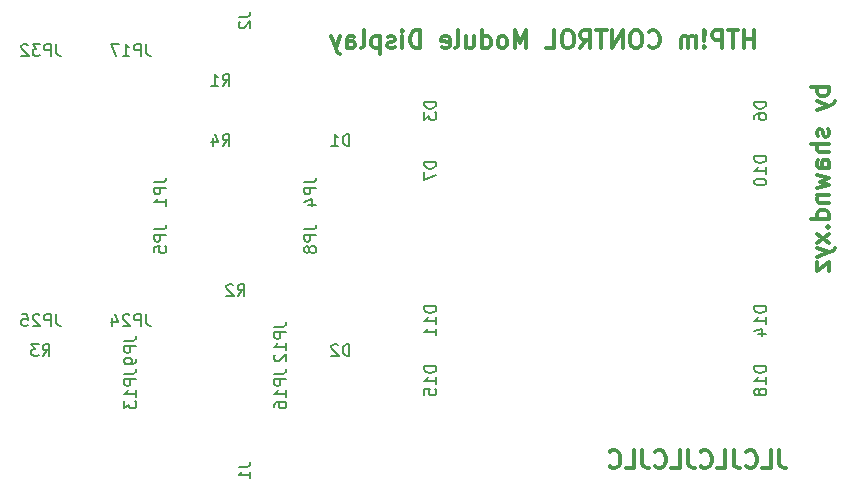
<source format=gbo>
%TF.GenerationSoftware,KiCad,Pcbnew,7.0.8*%
%TF.CreationDate,2023-10-10T01:17:21-07:00*%
%TF.ProjectId,htpm_control_module_display,6874706d-5f63-46f6-9e74-726f6c5f6d6f,1*%
%TF.SameCoordinates,Original*%
%TF.FileFunction,Legend,Bot*%
%TF.FilePolarity,Positive*%
%FSLAX46Y46*%
G04 Gerber Fmt 4.6, Leading zero omitted, Abs format (unit mm)*
G04 Created by KiCad (PCBNEW 7.0.8) date 2023-10-10 01:17:21*
%MOMM*%
%LPD*%
G01*
G04 APERTURE LIST*
%ADD10C,0.300000*%
%ADD11C,0.150000*%
G04 APERTURE END LIST*
D10*
X172165489Y-76000828D02*
X172165489Y-74500828D01*
X172165489Y-75215114D02*
X171308346Y-75215114D01*
X171308346Y-76000828D02*
X171308346Y-74500828D01*
X170808345Y-74500828D02*
X169951203Y-74500828D01*
X170379774Y-76000828D02*
X170379774Y-74500828D01*
X169451203Y-76000828D02*
X169451203Y-74500828D01*
X169451203Y-74500828D02*
X168879774Y-74500828D01*
X168879774Y-74500828D02*
X168736917Y-74572257D01*
X168736917Y-74572257D02*
X168665488Y-74643685D01*
X168665488Y-74643685D02*
X168594060Y-74786542D01*
X168594060Y-74786542D02*
X168594060Y-75000828D01*
X168594060Y-75000828D02*
X168665488Y-75143685D01*
X168665488Y-75143685D02*
X168736917Y-75215114D01*
X168736917Y-75215114D02*
X168879774Y-75286542D01*
X168879774Y-75286542D02*
X169451203Y-75286542D01*
X167951203Y-75857971D02*
X167879774Y-75929400D01*
X167879774Y-75929400D02*
X167951203Y-76000828D01*
X167951203Y-76000828D02*
X168022631Y-75929400D01*
X168022631Y-75929400D02*
X167951203Y-75857971D01*
X167951203Y-75857971D02*
X167951203Y-76000828D01*
X167951203Y-75429400D02*
X168022631Y-74572257D01*
X168022631Y-74572257D02*
X167951203Y-74500828D01*
X167951203Y-74500828D02*
X167879774Y-74572257D01*
X167879774Y-74572257D02*
X167951203Y-75429400D01*
X167951203Y-75429400D02*
X167951203Y-74500828D01*
X167236917Y-76000828D02*
X167236917Y-75000828D01*
X167236917Y-75143685D02*
X167165488Y-75072257D01*
X167165488Y-75072257D02*
X167022631Y-75000828D01*
X167022631Y-75000828D02*
X166808345Y-75000828D01*
X166808345Y-75000828D02*
X166665488Y-75072257D01*
X166665488Y-75072257D02*
X166594060Y-75215114D01*
X166594060Y-75215114D02*
X166594060Y-76000828D01*
X166594060Y-75215114D02*
X166522631Y-75072257D01*
X166522631Y-75072257D02*
X166379774Y-75000828D01*
X166379774Y-75000828D02*
X166165488Y-75000828D01*
X166165488Y-75000828D02*
X166022631Y-75072257D01*
X166022631Y-75072257D02*
X165951202Y-75215114D01*
X165951202Y-75215114D02*
X165951202Y-76000828D01*
X163236917Y-75857971D02*
X163308345Y-75929400D01*
X163308345Y-75929400D02*
X163522631Y-76000828D01*
X163522631Y-76000828D02*
X163665488Y-76000828D01*
X163665488Y-76000828D02*
X163879774Y-75929400D01*
X163879774Y-75929400D02*
X164022631Y-75786542D01*
X164022631Y-75786542D02*
X164094060Y-75643685D01*
X164094060Y-75643685D02*
X164165488Y-75357971D01*
X164165488Y-75357971D02*
X164165488Y-75143685D01*
X164165488Y-75143685D02*
X164094060Y-74857971D01*
X164094060Y-74857971D02*
X164022631Y-74715114D01*
X164022631Y-74715114D02*
X163879774Y-74572257D01*
X163879774Y-74572257D02*
X163665488Y-74500828D01*
X163665488Y-74500828D02*
X163522631Y-74500828D01*
X163522631Y-74500828D02*
X163308345Y-74572257D01*
X163308345Y-74572257D02*
X163236917Y-74643685D01*
X162308345Y-74500828D02*
X162022631Y-74500828D01*
X162022631Y-74500828D02*
X161879774Y-74572257D01*
X161879774Y-74572257D02*
X161736917Y-74715114D01*
X161736917Y-74715114D02*
X161665488Y-75000828D01*
X161665488Y-75000828D02*
X161665488Y-75500828D01*
X161665488Y-75500828D02*
X161736917Y-75786542D01*
X161736917Y-75786542D02*
X161879774Y-75929400D01*
X161879774Y-75929400D02*
X162022631Y-76000828D01*
X162022631Y-76000828D02*
X162308345Y-76000828D01*
X162308345Y-76000828D02*
X162451203Y-75929400D01*
X162451203Y-75929400D02*
X162594060Y-75786542D01*
X162594060Y-75786542D02*
X162665488Y-75500828D01*
X162665488Y-75500828D02*
X162665488Y-75000828D01*
X162665488Y-75000828D02*
X162594060Y-74715114D01*
X162594060Y-74715114D02*
X162451203Y-74572257D01*
X162451203Y-74572257D02*
X162308345Y-74500828D01*
X161022631Y-76000828D02*
X161022631Y-74500828D01*
X161022631Y-74500828D02*
X160165488Y-76000828D01*
X160165488Y-76000828D02*
X160165488Y-74500828D01*
X159665487Y-74500828D02*
X158808345Y-74500828D01*
X159236916Y-76000828D02*
X159236916Y-74500828D01*
X157451202Y-76000828D02*
X157951202Y-75286542D01*
X158308345Y-76000828D02*
X158308345Y-74500828D01*
X158308345Y-74500828D02*
X157736916Y-74500828D01*
X157736916Y-74500828D02*
X157594059Y-74572257D01*
X157594059Y-74572257D02*
X157522630Y-74643685D01*
X157522630Y-74643685D02*
X157451202Y-74786542D01*
X157451202Y-74786542D02*
X157451202Y-75000828D01*
X157451202Y-75000828D02*
X157522630Y-75143685D01*
X157522630Y-75143685D02*
X157594059Y-75215114D01*
X157594059Y-75215114D02*
X157736916Y-75286542D01*
X157736916Y-75286542D02*
X158308345Y-75286542D01*
X156522630Y-74500828D02*
X156236916Y-74500828D01*
X156236916Y-74500828D02*
X156094059Y-74572257D01*
X156094059Y-74572257D02*
X155951202Y-74715114D01*
X155951202Y-74715114D02*
X155879773Y-75000828D01*
X155879773Y-75000828D02*
X155879773Y-75500828D01*
X155879773Y-75500828D02*
X155951202Y-75786542D01*
X155951202Y-75786542D02*
X156094059Y-75929400D01*
X156094059Y-75929400D02*
X156236916Y-76000828D01*
X156236916Y-76000828D02*
X156522630Y-76000828D01*
X156522630Y-76000828D02*
X156665488Y-75929400D01*
X156665488Y-75929400D02*
X156808345Y-75786542D01*
X156808345Y-75786542D02*
X156879773Y-75500828D01*
X156879773Y-75500828D02*
X156879773Y-75000828D01*
X156879773Y-75000828D02*
X156808345Y-74715114D01*
X156808345Y-74715114D02*
X156665488Y-74572257D01*
X156665488Y-74572257D02*
X156522630Y-74500828D01*
X154522630Y-76000828D02*
X155236916Y-76000828D01*
X155236916Y-76000828D02*
X155236916Y-74500828D01*
X152879773Y-76000828D02*
X152879773Y-74500828D01*
X152879773Y-74500828D02*
X152379773Y-75572257D01*
X152379773Y-75572257D02*
X151879773Y-74500828D01*
X151879773Y-74500828D02*
X151879773Y-76000828D01*
X150951201Y-76000828D02*
X151094058Y-75929400D01*
X151094058Y-75929400D02*
X151165487Y-75857971D01*
X151165487Y-75857971D02*
X151236915Y-75715114D01*
X151236915Y-75715114D02*
X151236915Y-75286542D01*
X151236915Y-75286542D02*
X151165487Y-75143685D01*
X151165487Y-75143685D02*
X151094058Y-75072257D01*
X151094058Y-75072257D02*
X150951201Y-75000828D01*
X150951201Y-75000828D02*
X150736915Y-75000828D01*
X150736915Y-75000828D02*
X150594058Y-75072257D01*
X150594058Y-75072257D02*
X150522630Y-75143685D01*
X150522630Y-75143685D02*
X150451201Y-75286542D01*
X150451201Y-75286542D02*
X150451201Y-75715114D01*
X150451201Y-75715114D02*
X150522630Y-75857971D01*
X150522630Y-75857971D02*
X150594058Y-75929400D01*
X150594058Y-75929400D02*
X150736915Y-76000828D01*
X150736915Y-76000828D02*
X150951201Y-76000828D01*
X149165487Y-76000828D02*
X149165487Y-74500828D01*
X149165487Y-75929400D02*
X149308344Y-76000828D01*
X149308344Y-76000828D02*
X149594058Y-76000828D01*
X149594058Y-76000828D02*
X149736915Y-75929400D01*
X149736915Y-75929400D02*
X149808344Y-75857971D01*
X149808344Y-75857971D02*
X149879772Y-75715114D01*
X149879772Y-75715114D02*
X149879772Y-75286542D01*
X149879772Y-75286542D02*
X149808344Y-75143685D01*
X149808344Y-75143685D02*
X149736915Y-75072257D01*
X149736915Y-75072257D02*
X149594058Y-75000828D01*
X149594058Y-75000828D02*
X149308344Y-75000828D01*
X149308344Y-75000828D02*
X149165487Y-75072257D01*
X147808344Y-75000828D02*
X147808344Y-76000828D01*
X148451201Y-75000828D02*
X148451201Y-75786542D01*
X148451201Y-75786542D02*
X148379772Y-75929400D01*
X148379772Y-75929400D02*
X148236915Y-76000828D01*
X148236915Y-76000828D02*
X148022629Y-76000828D01*
X148022629Y-76000828D02*
X147879772Y-75929400D01*
X147879772Y-75929400D02*
X147808344Y-75857971D01*
X146879772Y-76000828D02*
X147022629Y-75929400D01*
X147022629Y-75929400D02*
X147094058Y-75786542D01*
X147094058Y-75786542D02*
X147094058Y-74500828D01*
X145736915Y-75929400D02*
X145879772Y-76000828D01*
X145879772Y-76000828D02*
X146165487Y-76000828D01*
X146165487Y-76000828D02*
X146308344Y-75929400D01*
X146308344Y-75929400D02*
X146379772Y-75786542D01*
X146379772Y-75786542D02*
X146379772Y-75215114D01*
X146379772Y-75215114D02*
X146308344Y-75072257D01*
X146308344Y-75072257D02*
X146165487Y-75000828D01*
X146165487Y-75000828D02*
X145879772Y-75000828D01*
X145879772Y-75000828D02*
X145736915Y-75072257D01*
X145736915Y-75072257D02*
X145665487Y-75215114D01*
X145665487Y-75215114D02*
X145665487Y-75357971D01*
X145665487Y-75357971D02*
X146379772Y-75500828D01*
X143879773Y-76000828D02*
X143879773Y-74500828D01*
X143879773Y-74500828D02*
X143522630Y-74500828D01*
X143522630Y-74500828D02*
X143308344Y-74572257D01*
X143308344Y-74572257D02*
X143165487Y-74715114D01*
X143165487Y-74715114D02*
X143094058Y-74857971D01*
X143094058Y-74857971D02*
X143022630Y-75143685D01*
X143022630Y-75143685D02*
X143022630Y-75357971D01*
X143022630Y-75357971D02*
X143094058Y-75643685D01*
X143094058Y-75643685D02*
X143165487Y-75786542D01*
X143165487Y-75786542D02*
X143308344Y-75929400D01*
X143308344Y-75929400D02*
X143522630Y-76000828D01*
X143522630Y-76000828D02*
X143879773Y-76000828D01*
X142379773Y-76000828D02*
X142379773Y-75000828D01*
X142379773Y-74500828D02*
X142451201Y-74572257D01*
X142451201Y-74572257D02*
X142379773Y-74643685D01*
X142379773Y-74643685D02*
X142308344Y-74572257D01*
X142308344Y-74572257D02*
X142379773Y-74500828D01*
X142379773Y-74500828D02*
X142379773Y-74643685D01*
X141736915Y-75929400D02*
X141594058Y-76000828D01*
X141594058Y-76000828D02*
X141308344Y-76000828D01*
X141308344Y-76000828D02*
X141165487Y-75929400D01*
X141165487Y-75929400D02*
X141094058Y-75786542D01*
X141094058Y-75786542D02*
X141094058Y-75715114D01*
X141094058Y-75715114D02*
X141165487Y-75572257D01*
X141165487Y-75572257D02*
X141308344Y-75500828D01*
X141308344Y-75500828D02*
X141522630Y-75500828D01*
X141522630Y-75500828D02*
X141665487Y-75429400D01*
X141665487Y-75429400D02*
X141736915Y-75286542D01*
X141736915Y-75286542D02*
X141736915Y-75215114D01*
X141736915Y-75215114D02*
X141665487Y-75072257D01*
X141665487Y-75072257D02*
X141522630Y-75000828D01*
X141522630Y-75000828D02*
X141308344Y-75000828D01*
X141308344Y-75000828D02*
X141165487Y-75072257D01*
X140451201Y-75000828D02*
X140451201Y-76500828D01*
X140451201Y-75072257D02*
X140308344Y-75000828D01*
X140308344Y-75000828D02*
X140022629Y-75000828D01*
X140022629Y-75000828D02*
X139879772Y-75072257D01*
X139879772Y-75072257D02*
X139808344Y-75143685D01*
X139808344Y-75143685D02*
X139736915Y-75286542D01*
X139736915Y-75286542D02*
X139736915Y-75715114D01*
X139736915Y-75715114D02*
X139808344Y-75857971D01*
X139808344Y-75857971D02*
X139879772Y-75929400D01*
X139879772Y-75929400D02*
X140022629Y-76000828D01*
X140022629Y-76000828D02*
X140308344Y-76000828D01*
X140308344Y-76000828D02*
X140451201Y-75929400D01*
X138879772Y-76000828D02*
X139022629Y-75929400D01*
X139022629Y-75929400D02*
X139094058Y-75786542D01*
X139094058Y-75786542D02*
X139094058Y-74500828D01*
X137665487Y-76000828D02*
X137665487Y-75215114D01*
X137665487Y-75215114D02*
X137736915Y-75072257D01*
X137736915Y-75072257D02*
X137879772Y-75000828D01*
X137879772Y-75000828D02*
X138165487Y-75000828D01*
X138165487Y-75000828D02*
X138308344Y-75072257D01*
X137665487Y-75929400D02*
X137808344Y-76000828D01*
X137808344Y-76000828D02*
X138165487Y-76000828D01*
X138165487Y-76000828D02*
X138308344Y-75929400D01*
X138308344Y-75929400D02*
X138379772Y-75786542D01*
X138379772Y-75786542D02*
X138379772Y-75643685D01*
X138379772Y-75643685D02*
X138308344Y-75500828D01*
X138308344Y-75500828D02*
X138165487Y-75429400D01*
X138165487Y-75429400D02*
X137808344Y-75429400D01*
X137808344Y-75429400D02*
X137665487Y-75357971D01*
X137094058Y-75000828D02*
X136736915Y-76000828D01*
X136379772Y-75000828D02*
X136736915Y-76000828D01*
X136736915Y-76000828D02*
X136879772Y-76357971D01*
X136879772Y-76357971D02*
X136951201Y-76429400D01*
X136951201Y-76429400D02*
X137094058Y-76500828D01*
X178478328Y-79294510D02*
X176978328Y-79294510D01*
X177549757Y-79294510D02*
X177478328Y-79437368D01*
X177478328Y-79437368D02*
X177478328Y-79723082D01*
X177478328Y-79723082D02*
X177549757Y-79865939D01*
X177549757Y-79865939D02*
X177621185Y-79937368D01*
X177621185Y-79937368D02*
X177764042Y-80008796D01*
X177764042Y-80008796D02*
X178192614Y-80008796D01*
X178192614Y-80008796D02*
X178335471Y-79937368D01*
X178335471Y-79937368D02*
X178406900Y-79865939D01*
X178406900Y-79865939D02*
X178478328Y-79723082D01*
X178478328Y-79723082D02*
X178478328Y-79437368D01*
X178478328Y-79437368D02*
X178406900Y-79294510D01*
X177478328Y-80508796D02*
X178478328Y-80865939D01*
X177478328Y-81223082D02*
X178478328Y-80865939D01*
X178478328Y-80865939D02*
X178835471Y-80723082D01*
X178835471Y-80723082D02*
X178906900Y-80651653D01*
X178906900Y-80651653D02*
X178978328Y-80508796D01*
X178406900Y-82865939D02*
X178478328Y-83008796D01*
X178478328Y-83008796D02*
X178478328Y-83294510D01*
X178478328Y-83294510D02*
X178406900Y-83437367D01*
X178406900Y-83437367D02*
X178264042Y-83508796D01*
X178264042Y-83508796D02*
X178192614Y-83508796D01*
X178192614Y-83508796D02*
X178049757Y-83437367D01*
X178049757Y-83437367D02*
X177978328Y-83294510D01*
X177978328Y-83294510D02*
X177978328Y-83080225D01*
X177978328Y-83080225D02*
X177906900Y-82937367D01*
X177906900Y-82937367D02*
X177764042Y-82865939D01*
X177764042Y-82865939D02*
X177692614Y-82865939D01*
X177692614Y-82865939D02*
X177549757Y-82937367D01*
X177549757Y-82937367D02*
X177478328Y-83080225D01*
X177478328Y-83080225D02*
X177478328Y-83294510D01*
X177478328Y-83294510D02*
X177549757Y-83437367D01*
X178478328Y-84151653D02*
X176978328Y-84151653D01*
X178478328Y-84794511D02*
X177692614Y-84794511D01*
X177692614Y-84794511D02*
X177549757Y-84723082D01*
X177549757Y-84723082D02*
X177478328Y-84580225D01*
X177478328Y-84580225D02*
X177478328Y-84365939D01*
X177478328Y-84365939D02*
X177549757Y-84223082D01*
X177549757Y-84223082D02*
X177621185Y-84151653D01*
X178478328Y-86151654D02*
X177692614Y-86151654D01*
X177692614Y-86151654D02*
X177549757Y-86080225D01*
X177549757Y-86080225D02*
X177478328Y-85937368D01*
X177478328Y-85937368D02*
X177478328Y-85651654D01*
X177478328Y-85651654D02*
X177549757Y-85508796D01*
X178406900Y-86151654D02*
X178478328Y-86008796D01*
X178478328Y-86008796D02*
X178478328Y-85651654D01*
X178478328Y-85651654D02*
X178406900Y-85508796D01*
X178406900Y-85508796D02*
X178264042Y-85437368D01*
X178264042Y-85437368D02*
X178121185Y-85437368D01*
X178121185Y-85437368D02*
X177978328Y-85508796D01*
X177978328Y-85508796D02*
X177906900Y-85651654D01*
X177906900Y-85651654D02*
X177906900Y-86008796D01*
X177906900Y-86008796D02*
X177835471Y-86151654D01*
X177478328Y-86723082D02*
X178478328Y-87008797D01*
X178478328Y-87008797D02*
X177764042Y-87294511D01*
X177764042Y-87294511D02*
X178478328Y-87580225D01*
X178478328Y-87580225D02*
X177478328Y-87865939D01*
X177478328Y-88437368D02*
X178478328Y-88437368D01*
X177621185Y-88437368D02*
X177549757Y-88508797D01*
X177549757Y-88508797D02*
X177478328Y-88651654D01*
X177478328Y-88651654D02*
X177478328Y-88865940D01*
X177478328Y-88865940D02*
X177549757Y-89008797D01*
X177549757Y-89008797D02*
X177692614Y-89080226D01*
X177692614Y-89080226D02*
X178478328Y-89080226D01*
X178478328Y-90437369D02*
X176978328Y-90437369D01*
X178406900Y-90437369D02*
X178478328Y-90294511D01*
X178478328Y-90294511D02*
X178478328Y-90008797D01*
X178478328Y-90008797D02*
X178406900Y-89865940D01*
X178406900Y-89865940D02*
X178335471Y-89794511D01*
X178335471Y-89794511D02*
X178192614Y-89723083D01*
X178192614Y-89723083D02*
X177764042Y-89723083D01*
X177764042Y-89723083D02*
X177621185Y-89794511D01*
X177621185Y-89794511D02*
X177549757Y-89865940D01*
X177549757Y-89865940D02*
X177478328Y-90008797D01*
X177478328Y-90008797D02*
X177478328Y-90294511D01*
X177478328Y-90294511D02*
X177549757Y-90437369D01*
X178335471Y-91151654D02*
X178406900Y-91223083D01*
X178406900Y-91223083D02*
X178478328Y-91151654D01*
X178478328Y-91151654D02*
X178406900Y-91080226D01*
X178406900Y-91080226D02*
X178335471Y-91151654D01*
X178335471Y-91151654D02*
X178478328Y-91151654D01*
X178478328Y-91723083D02*
X177478328Y-92508798D01*
X177478328Y-91723083D02*
X178478328Y-92508798D01*
X177478328Y-92937369D02*
X178478328Y-93294512D01*
X177478328Y-93651655D02*
X178478328Y-93294512D01*
X178478328Y-93294512D02*
X178835471Y-93151655D01*
X178835471Y-93151655D02*
X178906900Y-93080226D01*
X178906900Y-93080226D02*
X178978328Y-92937369D01*
X177478328Y-94080226D02*
X177478328Y-94865941D01*
X177478328Y-94865941D02*
X178478328Y-94080226D01*
X178478328Y-94080226D02*
X178478328Y-94865941D01*
X174276917Y-110060828D02*
X174276917Y-111132257D01*
X174276917Y-111132257D02*
X174348346Y-111346542D01*
X174348346Y-111346542D02*
X174491203Y-111489400D01*
X174491203Y-111489400D02*
X174705489Y-111560828D01*
X174705489Y-111560828D02*
X174848346Y-111560828D01*
X172848346Y-111560828D02*
X173562632Y-111560828D01*
X173562632Y-111560828D02*
X173562632Y-110060828D01*
X171491203Y-111417971D02*
X171562631Y-111489400D01*
X171562631Y-111489400D02*
X171776917Y-111560828D01*
X171776917Y-111560828D02*
X171919774Y-111560828D01*
X171919774Y-111560828D02*
X172134060Y-111489400D01*
X172134060Y-111489400D02*
X172276917Y-111346542D01*
X172276917Y-111346542D02*
X172348346Y-111203685D01*
X172348346Y-111203685D02*
X172419774Y-110917971D01*
X172419774Y-110917971D02*
X172419774Y-110703685D01*
X172419774Y-110703685D02*
X172348346Y-110417971D01*
X172348346Y-110417971D02*
X172276917Y-110275114D01*
X172276917Y-110275114D02*
X172134060Y-110132257D01*
X172134060Y-110132257D02*
X171919774Y-110060828D01*
X171919774Y-110060828D02*
X171776917Y-110060828D01*
X171776917Y-110060828D02*
X171562631Y-110132257D01*
X171562631Y-110132257D02*
X171491203Y-110203685D01*
X170419774Y-110060828D02*
X170419774Y-111132257D01*
X170419774Y-111132257D02*
X170491203Y-111346542D01*
X170491203Y-111346542D02*
X170634060Y-111489400D01*
X170634060Y-111489400D02*
X170848346Y-111560828D01*
X170848346Y-111560828D02*
X170991203Y-111560828D01*
X168991203Y-111560828D02*
X169705489Y-111560828D01*
X169705489Y-111560828D02*
X169705489Y-110060828D01*
X167634060Y-111417971D02*
X167705488Y-111489400D01*
X167705488Y-111489400D02*
X167919774Y-111560828D01*
X167919774Y-111560828D02*
X168062631Y-111560828D01*
X168062631Y-111560828D02*
X168276917Y-111489400D01*
X168276917Y-111489400D02*
X168419774Y-111346542D01*
X168419774Y-111346542D02*
X168491203Y-111203685D01*
X168491203Y-111203685D02*
X168562631Y-110917971D01*
X168562631Y-110917971D02*
X168562631Y-110703685D01*
X168562631Y-110703685D02*
X168491203Y-110417971D01*
X168491203Y-110417971D02*
X168419774Y-110275114D01*
X168419774Y-110275114D02*
X168276917Y-110132257D01*
X168276917Y-110132257D02*
X168062631Y-110060828D01*
X168062631Y-110060828D02*
X167919774Y-110060828D01*
X167919774Y-110060828D02*
X167705488Y-110132257D01*
X167705488Y-110132257D02*
X167634060Y-110203685D01*
X166562631Y-110060828D02*
X166562631Y-111132257D01*
X166562631Y-111132257D02*
X166634060Y-111346542D01*
X166634060Y-111346542D02*
X166776917Y-111489400D01*
X166776917Y-111489400D02*
X166991203Y-111560828D01*
X166991203Y-111560828D02*
X167134060Y-111560828D01*
X165134060Y-111560828D02*
X165848346Y-111560828D01*
X165848346Y-111560828D02*
X165848346Y-110060828D01*
X163776917Y-111417971D02*
X163848345Y-111489400D01*
X163848345Y-111489400D02*
X164062631Y-111560828D01*
X164062631Y-111560828D02*
X164205488Y-111560828D01*
X164205488Y-111560828D02*
X164419774Y-111489400D01*
X164419774Y-111489400D02*
X164562631Y-111346542D01*
X164562631Y-111346542D02*
X164634060Y-111203685D01*
X164634060Y-111203685D02*
X164705488Y-110917971D01*
X164705488Y-110917971D02*
X164705488Y-110703685D01*
X164705488Y-110703685D02*
X164634060Y-110417971D01*
X164634060Y-110417971D02*
X164562631Y-110275114D01*
X164562631Y-110275114D02*
X164419774Y-110132257D01*
X164419774Y-110132257D02*
X164205488Y-110060828D01*
X164205488Y-110060828D02*
X164062631Y-110060828D01*
X164062631Y-110060828D02*
X163848345Y-110132257D01*
X163848345Y-110132257D02*
X163776917Y-110203685D01*
X162705488Y-110060828D02*
X162705488Y-111132257D01*
X162705488Y-111132257D02*
X162776917Y-111346542D01*
X162776917Y-111346542D02*
X162919774Y-111489400D01*
X162919774Y-111489400D02*
X163134060Y-111560828D01*
X163134060Y-111560828D02*
X163276917Y-111560828D01*
X161276917Y-111560828D02*
X161991203Y-111560828D01*
X161991203Y-111560828D02*
X161991203Y-110060828D01*
X159919774Y-111417971D02*
X159991202Y-111489400D01*
X159991202Y-111489400D02*
X160205488Y-111560828D01*
X160205488Y-111560828D02*
X160348345Y-111560828D01*
X160348345Y-111560828D02*
X160562631Y-111489400D01*
X160562631Y-111489400D02*
X160705488Y-111346542D01*
X160705488Y-111346542D02*
X160776917Y-111203685D01*
X160776917Y-111203685D02*
X160848345Y-110917971D01*
X160848345Y-110917971D02*
X160848345Y-110703685D01*
X160848345Y-110703685D02*
X160776917Y-110417971D01*
X160776917Y-110417971D02*
X160705488Y-110275114D01*
X160705488Y-110275114D02*
X160562631Y-110132257D01*
X160562631Y-110132257D02*
X160348345Y-110060828D01*
X160348345Y-110060828D02*
X160205488Y-110060828D01*
X160205488Y-110060828D02*
X159991202Y-110132257D01*
X159991202Y-110132257D02*
X159919774Y-110203685D01*
D11*
X145234819Y-85621905D02*
X144234819Y-85621905D01*
X144234819Y-85621905D02*
X144234819Y-85860000D01*
X144234819Y-85860000D02*
X144282438Y-86002857D01*
X144282438Y-86002857D02*
X144377676Y-86098095D01*
X144377676Y-86098095D02*
X144472914Y-86145714D01*
X144472914Y-86145714D02*
X144663390Y-86193333D01*
X144663390Y-86193333D02*
X144806247Y-86193333D01*
X144806247Y-86193333D02*
X144996723Y-86145714D01*
X144996723Y-86145714D02*
X145091961Y-86098095D01*
X145091961Y-86098095D02*
X145187200Y-86002857D01*
X145187200Y-86002857D02*
X145234819Y-85860000D01*
X145234819Y-85860000D02*
X145234819Y-85621905D01*
X144234819Y-86526667D02*
X144234819Y-87193333D01*
X144234819Y-87193333D02*
X145234819Y-86764762D01*
X134074819Y-91331666D02*
X134789104Y-91331666D01*
X134789104Y-91331666D02*
X134931961Y-91284047D01*
X134931961Y-91284047D02*
X135027200Y-91188809D01*
X135027200Y-91188809D02*
X135074819Y-91045952D01*
X135074819Y-91045952D02*
X135074819Y-90950714D01*
X135074819Y-91807857D02*
X134074819Y-91807857D01*
X134074819Y-91807857D02*
X134074819Y-92188809D01*
X134074819Y-92188809D02*
X134122438Y-92284047D01*
X134122438Y-92284047D02*
X134170057Y-92331666D01*
X134170057Y-92331666D02*
X134265295Y-92379285D01*
X134265295Y-92379285D02*
X134408152Y-92379285D01*
X134408152Y-92379285D02*
X134503390Y-92331666D01*
X134503390Y-92331666D02*
X134551009Y-92284047D01*
X134551009Y-92284047D02*
X134598628Y-92188809D01*
X134598628Y-92188809D02*
X134598628Y-91807857D01*
X134503390Y-92950714D02*
X134455771Y-92855476D01*
X134455771Y-92855476D02*
X134408152Y-92807857D01*
X134408152Y-92807857D02*
X134312914Y-92760238D01*
X134312914Y-92760238D02*
X134265295Y-92760238D01*
X134265295Y-92760238D02*
X134170057Y-92807857D01*
X134170057Y-92807857D02*
X134122438Y-92855476D01*
X134122438Y-92855476D02*
X134074819Y-92950714D01*
X134074819Y-92950714D02*
X134074819Y-93141190D01*
X134074819Y-93141190D02*
X134122438Y-93236428D01*
X134122438Y-93236428D02*
X134170057Y-93284047D01*
X134170057Y-93284047D02*
X134265295Y-93331666D01*
X134265295Y-93331666D02*
X134312914Y-93331666D01*
X134312914Y-93331666D02*
X134408152Y-93284047D01*
X134408152Y-93284047D02*
X134455771Y-93236428D01*
X134455771Y-93236428D02*
X134503390Y-93141190D01*
X134503390Y-93141190D02*
X134503390Y-92950714D01*
X134503390Y-92950714D02*
X134551009Y-92855476D01*
X134551009Y-92855476D02*
X134598628Y-92807857D01*
X134598628Y-92807857D02*
X134693866Y-92760238D01*
X134693866Y-92760238D02*
X134884342Y-92760238D01*
X134884342Y-92760238D02*
X134979580Y-92807857D01*
X134979580Y-92807857D02*
X135027200Y-92855476D01*
X135027200Y-92855476D02*
X135074819Y-92950714D01*
X135074819Y-92950714D02*
X135074819Y-93141190D01*
X135074819Y-93141190D02*
X135027200Y-93236428D01*
X135027200Y-93236428D02*
X134979580Y-93284047D01*
X134979580Y-93284047D02*
X134884342Y-93331666D01*
X134884342Y-93331666D02*
X134693866Y-93331666D01*
X134693866Y-93331666D02*
X134598628Y-93284047D01*
X134598628Y-93284047D02*
X134551009Y-93236428D01*
X134551009Y-93236428D02*
X134503390Y-93141190D01*
X128514819Y-111426666D02*
X129229104Y-111426666D01*
X129229104Y-111426666D02*
X129371961Y-111379047D01*
X129371961Y-111379047D02*
X129467200Y-111283809D01*
X129467200Y-111283809D02*
X129514819Y-111140952D01*
X129514819Y-111140952D02*
X129514819Y-111045714D01*
X129514819Y-112426666D02*
X129514819Y-111855238D01*
X129514819Y-112140952D02*
X128514819Y-112140952D01*
X128514819Y-112140952D02*
X128657676Y-112045714D01*
X128657676Y-112045714D02*
X128752914Y-111950476D01*
X128752914Y-111950476D02*
X128800533Y-111855238D01*
X137898094Y-102054819D02*
X137898094Y-101054819D01*
X137898094Y-101054819D02*
X137659999Y-101054819D01*
X137659999Y-101054819D02*
X137517142Y-101102438D01*
X137517142Y-101102438D02*
X137421904Y-101197676D01*
X137421904Y-101197676D02*
X137374285Y-101292914D01*
X137374285Y-101292914D02*
X137326666Y-101483390D01*
X137326666Y-101483390D02*
X137326666Y-101626247D01*
X137326666Y-101626247D02*
X137374285Y-101816723D01*
X137374285Y-101816723D02*
X137421904Y-101911961D01*
X137421904Y-101911961D02*
X137517142Y-102007200D01*
X137517142Y-102007200D02*
X137659999Y-102054819D01*
X137659999Y-102054819D02*
X137898094Y-102054819D01*
X136945713Y-101150057D02*
X136898094Y-101102438D01*
X136898094Y-101102438D02*
X136802856Y-101054819D01*
X136802856Y-101054819D02*
X136564761Y-101054819D01*
X136564761Y-101054819D02*
X136469523Y-101102438D01*
X136469523Y-101102438D02*
X136421904Y-101150057D01*
X136421904Y-101150057D02*
X136374285Y-101245295D01*
X136374285Y-101245295D02*
X136374285Y-101340533D01*
X136374285Y-101340533D02*
X136421904Y-101483390D01*
X136421904Y-101483390D02*
X136993332Y-102054819D01*
X136993332Y-102054819D02*
X136374285Y-102054819D01*
X173174819Y-80541905D02*
X172174819Y-80541905D01*
X172174819Y-80541905D02*
X172174819Y-80780000D01*
X172174819Y-80780000D02*
X172222438Y-80922857D01*
X172222438Y-80922857D02*
X172317676Y-81018095D01*
X172317676Y-81018095D02*
X172412914Y-81065714D01*
X172412914Y-81065714D02*
X172603390Y-81113333D01*
X172603390Y-81113333D02*
X172746247Y-81113333D01*
X172746247Y-81113333D02*
X172936723Y-81065714D01*
X172936723Y-81065714D02*
X173031961Y-81018095D01*
X173031961Y-81018095D02*
X173127200Y-80922857D01*
X173127200Y-80922857D02*
X173174819Y-80780000D01*
X173174819Y-80780000D02*
X173174819Y-80541905D01*
X172174819Y-81970476D02*
X172174819Y-81780000D01*
X172174819Y-81780000D02*
X172222438Y-81684762D01*
X172222438Y-81684762D02*
X172270057Y-81637143D01*
X172270057Y-81637143D02*
X172412914Y-81541905D01*
X172412914Y-81541905D02*
X172603390Y-81494286D01*
X172603390Y-81494286D02*
X172984342Y-81494286D01*
X172984342Y-81494286D02*
X173079580Y-81541905D01*
X173079580Y-81541905D02*
X173127200Y-81589524D01*
X173127200Y-81589524D02*
X173174819Y-81684762D01*
X173174819Y-81684762D02*
X173174819Y-81875238D01*
X173174819Y-81875238D02*
X173127200Y-81970476D01*
X173127200Y-81970476D02*
X173079580Y-82018095D01*
X173079580Y-82018095D02*
X172984342Y-82065714D01*
X172984342Y-82065714D02*
X172746247Y-82065714D01*
X172746247Y-82065714D02*
X172651009Y-82018095D01*
X172651009Y-82018095D02*
X172603390Y-81970476D01*
X172603390Y-81970476D02*
X172555771Y-81875238D01*
X172555771Y-81875238D02*
X172555771Y-81684762D01*
X172555771Y-81684762D02*
X172603390Y-81589524D01*
X172603390Y-81589524D02*
X172651009Y-81541905D01*
X172651009Y-81541905D02*
X172746247Y-81494286D01*
X173174819Y-102925714D02*
X172174819Y-102925714D01*
X172174819Y-102925714D02*
X172174819Y-103163809D01*
X172174819Y-103163809D02*
X172222438Y-103306666D01*
X172222438Y-103306666D02*
X172317676Y-103401904D01*
X172317676Y-103401904D02*
X172412914Y-103449523D01*
X172412914Y-103449523D02*
X172603390Y-103497142D01*
X172603390Y-103497142D02*
X172746247Y-103497142D01*
X172746247Y-103497142D02*
X172936723Y-103449523D01*
X172936723Y-103449523D02*
X173031961Y-103401904D01*
X173031961Y-103401904D02*
X173127200Y-103306666D01*
X173127200Y-103306666D02*
X173174819Y-103163809D01*
X173174819Y-103163809D02*
X173174819Y-102925714D01*
X173174819Y-104449523D02*
X173174819Y-103878095D01*
X173174819Y-104163809D02*
X172174819Y-104163809D01*
X172174819Y-104163809D02*
X172317676Y-104068571D01*
X172317676Y-104068571D02*
X172412914Y-103973333D01*
X172412914Y-103973333D02*
X172460533Y-103878095D01*
X172603390Y-105020952D02*
X172555771Y-104925714D01*
X172555771Y-104925714D02*
X172508152Y-104878095D01*
X172508152Y-104878095D02*
X172412914Y-104830476D01*
X172412914Y-104830476D02*
X172365295Y-104830476D01*
X172365295Y-104830476D02*
X172270057Y-104878095D01*
X172270057Y-104878095D02*
X172222438Y-104925714D01*
X172222438Y-104925714D02*
X172174819Y-105020952D01*
X172174819Y-105020952D02*
X172174819Y-105211428D01*
X172174819Y-105211428D02*
X172222438Y-105306666D01*
X172222438Y-105306666D02*
X172270057Y-105354285D01*
X172270057Y-105354285D02*
X172365295Y-105401904D01*
X172365295Y-105401904D02*
X172412914Y-105401904D01*
X172412914Y-105401904D02*
X172508152Y-105354285D01*
X172508152Y-105354285D02*
X172555771Y-105306666D01*
X172555771Y-105306666D02*
X172603390Y-105211428D01*
X172603390Y-105211428D02*
X172603390Y-105020952D01*
X172603390Y-105020952D02*
X172651009Y-104925714D01*
X172651009Y-104925714D02*
X172698628Y-104878095D01*
X172698628Y-104878095D02*
X172793866Y-104830476D01*
X172793866Y-104830476D02*
X172984342Y-104830476D01*
X172984342Y-104830476D02*
X173079580Y-104878095D01*
X173079580Y-104878095D02*
X173127200Y-104925714D01*
X173127200Y-104925714D02*
X173174819Y-105020952D01*
X173174819Y-105020952D02*
X173174819Y-105211428D01*
X173174819Y-105211428D02*
X173127200Y-105306666D01*
X173127200Y-105306666D02*
X173079580Y-105354285D01*
X173079580Y-105354285D02*
X172984342Y-105401904D01*
X172984342Y-105401904D02*
X172793866Y-105401904D01*
X172793866Y-105401904D02*
X172698628Y-105354285D01*
X172698628Y-105354285D02*
X172651009Y-105306666D01*
X172651009Y-105306666D02*
X172603390Y-105211428D01*
X118834819Y-100766666D02*
X119549104Y-100766666D01*
X119549104Y-100766666D02*
X119691961Y-100719047D01*
X119691961Y-100719047D02*
X119787200Y-100623809D01*
X119787200Y-100623809D02*
X119834819Y-100480952D01*
X119834819Y-100480952D02*
X119834819Y-100385714D01*
X119834819Y-101242857D02*
X118834819Y-101242857D01*
X118834819Y-101242857D02*
X118834819Y-101623809D01*
X118834819Y-101623809D02*
X118882438Y-101719047D01*
X118882438Y-101719047D02*
X118930057Y-101766666D01*
X118930057Y-101766666D02*
X119025295Y-101814285D01*
X119025295Y-101814285D02*
X119168152Y-101814285D01*
X119168152Y-101814285D02*
X119263390Y-101766666D01*
X119263390Y-101766666D02*
X119311009Y-101719047D01*
X119311009Y-101719047D02*
X119358628Y-101623809D01*
X119358628Y-101623809D02*
X119358628Y-101242857D01*
X119834819Y-102290476D02*
X119834819Y-102480952D01*
X119834819Y-102480952D02*
X119787200Y-102576190D01*
X119787200Y-102576190D02*
X119739580Y-102623809D01*
X119739580Y-102623809D02*
X119596723Y-102719047D01*
X119596723Y-102719047D02*
X119406247Y-102766666D01*
X119406247Y-102766666D02*
X119025295Y-102766666D01*
X119025295Y-102766666D02*
X118930057Y-102719047D01*
X118930057Y-102719047D02*
X118882438Y-102671428D01*
X118882438Y-102671428D02*
X118834819Y-102576190D01*
X118834819Y-102576190D02*
X118834819Y-102385714D01*
X118834819Y-102385714D02*
X118882438Y-102290476D01*
X118882438Y-102290476D02*
X118930057Y-102242857D01*
X118930057Y-102242857D02*
X119025295Y-102195238D01*
X119025295Y-102195238D02*
X119263390Y-102195238D01*
X119263390Y-102195238D02*
X119358628Y-102242857D01*
X119358628Y-102242857D02*
X119406247Y-102290476D01*
X119406247Y-102290476D02*
X119453866Y-102385714D01*
X119453866Y-102385714D02*
X119453866Y-102576190D01*
X119453866Y-102576190D02*
X119406247Y-102671428D01*
X119406247Y-102671428D02*
X119358628Y-102719047D01*
X119358628Y-102719047D02*
X119263390Y-102766666D01*
X120689523Y-75654819D02*
X120689523Y-76369104D01*
X120689523Y-76369104D02*
X120737142Y-76511961D01*
X120737142Y-76511961D02*
X120832380Y-76607200D01*
X120832380Y-76607200D02*
X120975237Y-76654819D01*
X120975237Y-76654819D02*
X121070475Y-76654819D01*
X120213332Y-76654819D02*
X120213332Y-75654819D01*
X120213332Y-75654819D02*
X119832380Y-75654819D01*
X119832380Y-75654819D02*
X119737142Y-75702438D01*
X119737142Y-75702438D02*
X119689523Y-75750057D01*
X119689523Y-75750057D02*
X119641904Y-75845295D01*
X119641904Y-75845295D02*
X119641904Y-75988152D01*
X119641904Y-75988152D02*
X119689523Y-76083390D01*
X119689523Y-76083390D02*
X119737142Y-76131009D01*
X119737142Y-76131009D02*
X119832380Y-76178628D01*
X119832380Y-76178628D02*
X120213332Y-76178628D01*
X118689523Y-76654819D02*
X119260951Y-76654819D01*
X118975237Y-76654819D02*
X118975237Y-75654819D01*
X118975237Y-75654819D02*
X119070475Y-75797676D01*
X119070475Y-75797676D02*
X119165713Y-75892914D01*
X119165713Y-75892914D02*
X119260951Y-75940533D01*
X118356189Y-75654819D02*
X117689523Y-75654819D01*
X117689523Y-75654819D02*
X118118094Y-76654819D01*
X131534819Y-99565476D02*
X132249104Y-99565476D01*
X132249104Y-99565476D02*
X132391961Y-99517857D01*
X132391961Y-99517857D02*
X132487200Y-99422619D01*
X132487200Y-99422619D02*
X132534819Y-99279762D01*
X132534819Y-99279762D02*
X132534819Y-99184524D01*
X132534819Y-100041667D02*
X131534819Y-100041667D01*
X131534819Y-100041667D02*
X131534819Y-100422619D01*
X131534819Y-100422619D02*
X131582438Y-100517857D01*
X131582438Y-100517857D02*
X131630057Y-100565476D01*
X131630057Y-100565476D02*
X131725295Y-100613095D01*
X131725295Y-100613095D02*
X131868152Y-100613095D01*
X131868152Y-100613095D02*
X131963390Y-100565476D01*
X131963390Y-100565476D02*
X132011009Y-100517857D01*
X132011009Y-100517857D02*
X132058628Y-100422619D01*
X132058628Y-100422619D02*
X132058628Y-100041667D01*
X132534819Y-101565476D02*
X132534819Y-100994048D01*
X132534819Y-101279762D02*
X131534819Y-101279762D01*
X131534819Y-101279762D02*
X131677676Y-101184524D01*
X131677676Y-101184524D02*
X131772914Y-101089286D01*
X131772914Y-101089286D02*
X131820533Y-100994048D01*
X131630057Y-101946429D02*
X131582438Y-101994048D01*
X131582438Y-101994048D02*
X131534819Y-102089286D01*
X131534819Y-102089286D02*
X131534819Y-102327381D01*
X131534819Y-102327381D02*
X131582438Y-102422619D01*
X131582438Y-102422619D02*
X131630057Y-102470238D01*
X131630057Y-102470238D02*
X131725295Y-102517857D01*
X131725295Y-102517857D02*
X131820533Y-102517857D01*
X131820533Y-102517857D02*
X131963390Y-102470238D01*
X131963390Y-102470238D02*
X132534819Y-101898810D01*
X132534819Y-101898810D02*
X132534819Y-102517857D01*
X111926666Y-102054819D02*
X112259999Y-101578628D01*
X112498094Y-102054819D02*
X112498094Y-101054819D01*
X112498094Y-101054819D02*
X112117142Y-101054819D01*
X112117142Y-101054819D02*
X112021904Y-101102438D01*
X112021904Y-101102438D02*
X111974285Y-101150057D01*
X111974285Y-101150057D02*
X111926666Y-101245295D01*
X111926666Y-101245295D02*
X111926666Y-101388152D01*
X111926666Y-101388152D02*
X111974285Y-101483390D01*
X111974285Y-101483390D02*
X112021904Y-101531009D01*
X112021904Y-101531009D02*
X112117142Y-101578628D01*
X112117142Y-101578628D02*
X112498094Y-101578628D01*
X111593332Y-101054819D02*
X110974285Y-101054819D01*
X110974285Y-101054819D02*
X111307618Y-101435771D01*
X111307618Y-101435771D02*
X111164761Y-101435771D01*
X111164761Y-101435771D02*
X111069523Y-101483390D01*
X111069523Y-101483390D02*
X111021904Y-101531009D01*
X111021904Y-101531009D02*
X110974285Y-101626247D01*
X110974285Y-101626247D02*
X110974285Y-101864342D01*
X110974285Y-101864342D02*
X111021904Y-101959580D01*
X111021904Y-101959580D02*
X111069523Y-102007200D01*
X111069523Y-102007200D02*
X111164761Y-102054819D01*
X111164761Y-102054819D02*
X111450475Y-102054819D01*
X111450475Y-102054819D02*
X111545713Y-102007200D01*
X111545713Y-102007200D02*
X111593332Y-101959580D01*
X128514819Y-73326666D02*
X129229104Y-73326666D01*
X129229104Y-73326666D02*
X129371961Y-73279047D01*
X129371961Y-73279047D02*
X129467200Y-73183809D01*
X129467200Y-73183809D02*
X129514819Y-73040952D01*
X129514819Y-73040952D02*
X129514819Y-72945714D01*
X128610057Y-73755238D02*
X128562438Y-73802857D01*
X128562438Y-73802857D02*
X128514819Y-73898095D01*
X128514819Y-73898095D02*
X128514819Y-74136190D01*
X128514819Y-74136190D02*
X128562438Y-74231428D01*
X128562438Y-74231428D02*
X128610057Y-74279047D01*
X128610057Y-74279047D02*
X128705295Y-74326666D01*
X128705295Y-74326666D02*
X128800533Y-74326666D01*
X128800533Y-74326666D02*
X128943390Y-74279047D01*
X128943390Y-74279047D02*
X129514819Y-73707619D01*
X129514819Y-73707619D02*
X129514819Y-74326666D01*
X120689523Y-98514819D02*
X120689523Y-99229104D01*
X120689523Y-99229104D02*
X120737142Y-99371961D01*
X120737142Y-99371961D02*
X120832380Y-99467200D01*
X120832380Y-99467200D02*
X120975237Y-99514819D01*
X120975237Y-99514819D02*
X121070475Y-99514819D01*
X120213332Y-99514819D02*
X120213332Y-98514819D01*
X120213332Y-98514819D02*
X119832380Y-98514819D01*
X119832380Y-98514819D02*
X119737142Y-98562438D01*
X119737142Y-98562438D02*
X119689523Y-98610057D01*
X119689523Y-98610057D02*
X119641904Y-98705295D01*
X119641904Y-98705295D02*
X119641904Y-98848152D01*
X119641904Y-98848152D02*
X119689523Y-98943390D01*
X119689523Y-98943390D02*
X119737142Y-98991009D01*
X119737142Y-98991009D02*
X119832380Y-99038628D01*
X119832380Y-99038628D02*
X120213332Y-99038628D01*
X119260951Y-98610057D02*
X119213332Y-98562438D01*
X119213332Y-98562438D02*
X119118094Y-98514819D01*
X119118094Y-98514819D02*
X118879999Y-98514819D01*
X118879999Y-98514819D02*
X118784761Y-98562438D01*
X118784761Y-98562438D02*
X118737142Y-98610057D01*
X118737142Y-98610057D02*
X118689523Y-98705295D01*
X118689523Y-98705295D02*
X118689523Y-98800533D01*
X118689523Y-98800533D02*
X118737142Y-98943390D01*
X118737142Y-98943390D02*
X119308570Y-99514819D01*
X119308570Y-99514819D02*
X118689523Y-99514819D01*
X117832380Y-98848152D02*
X117832380Y-99514819D01*
X118070475Y-98467200D02*
X118308570Y-99181485D01*
X118308570Y-99181485D02*
X117689523Y-99181485D01*
X128436666Y-96974819D02*
X128769999Y-96498628D01*
X129008094Y-96974819D02*
X129008094Y-95974819D01*
X129008094Y-95974819D02*
X128627142Y-95974819D01*
X128627142Y-95974819D02*
X128531904Y-96022438D01*
X128531904Y-96022438D02*
X128484285Y-96070057D01*
X128484285Y-96070057D02*
X128436666Y-96165295D01*
X128436666Y-96165295D02*
X128436666Y-96308152D01*
X128436666Y-96308152D02*
X128484285Y-96403390D01*
X128484285Y-96403390D02*
X128531904Y-96451009D01*
X128531904Y-96451009D02*
X128627142Y-96498628D01*
X128627142Y-96498628D02*
X129008094Y-96498628D01*
X128055713Y-96070057D02*
X128008094Y-96022438D01*
X128008094Y-96022438D02*
X127912856Y-95974819D01*
X127912856Y-95974819D02*
X127674761Y-95974819D01*
X127674761Y-95974819D02*
X127579523Y-96022438D01*
X127579523Y-96022438D02*
X127531904Y-96070057D01*
X127531904Y-96070057D02*
X127484285Y-96165295D01*
X127484285Y-96165295D02*
X127484285Y-96260533D01*
X127484285Y-96260533D02*
X127531904Y-96403390D01*
X127531904Y-96403390D02*
X128103332Y-96974819D01*
X128103332Y-96974819D02*
X127484285Y-96974819D01*
X121374819Y-91331666D02*
X122089104Y-91331666D01*
X122089104Y-91331666D02*
X122231961Y-91284047D01*
X122231961Y-91284047D02*
X122327200Y-91188809D01*
X122327200Y-91188809D02*
X122374819Y-91045952D01*
X122374819Y-91045952D02*
X122374819Y-90950714D01*
X122374819Y-91807857D02*
X121374819Y-91807857D01*
X121374819Y-91807857D02*
X121374819Y-92188809D01*
X121374819Y-92188809D02*
X121422438Y-92284047D01*
X121422438Y-92284047D02*
X121470057Y-92331666D01*
X121470057Y-92331666D02*
X121565295Y-92379285D01*
X121565295Y-92379285D02*
X121708152Y-92379285D01*
X121708152Y-92379285D02*
X121803390Y-92331666D01*
X121803390Y-92331666D02*
X121851009Y-92284047D01*
X121851009Y-92284047D02*
X121898628Y-92188809D01*
X121898628Y-92188809D02*
X121898628Y-91807857D01*
X121374819Y-93284047D02*
X121374819Y-92807857D01*
X121374819Y-92807857D02*
X121851009Y-92760238D01*
X121851009Y-92760238D02*
X121803390Y-92807857D01*
X121803390Y-92807857D02*
X121755771Y-92903095D01*
X121755771Y-92903095D02*
X121755771Y-93141190D01*
X121755771Y-93141190D02*
X121803390Y-93236428D01*
X121803390Y-93236428D02*
X121851009Y-93284047D01*
X121851009Y-93284047D02*
X121946247Y-93331666D01*
X121946247Y-93331666D02*
X122184342Y-93331666D01*
X122184342Y-93331666D02*
X122279580Y-93284047D01*
X122279580Y-93284047D02*
X122327200Y-93236428D01*
X122327200Y-93236428D02*
X122374819Y-93141190D01*
X122374819Y-93141190D02*
X122374819Y-92903095D01*
X122374819Y-92903095D02*
X122327200Y-92807857D01*
X122327200Y-92807857D02*
X122279580Y-92760238D01*
X127166666Y-84274819D02*
X127499999Y-83798628D01*
X127738094Y-84274819D02*
X127738094Y-83274819D01*
X127738094Y-83274819D02*
X127357142Y-83274819D01*
X127357142Y-83274819D02*
X127261904Y-83322438D01*
X127261904Y-83322438D02*
X127214285Y-83370057D01*
X127214285Y-83370057D02*
X127166666Y-83465295D01*
X127166666Y-83465295D02*
X127166666Y-83608152D01*
X127166666Y-83608152D02*
X127214285Y-83703390D01*
X127214285Y-83703390D02*
X127261904Y-83751009D01*
X127261904Y-83751009D02*
X127357142Y-83798628D01*
X127357142Y-83798628D02*
X127738094Y-83798628D01*
X126309523Y-83608152D02*
X126309523Y-84274819D01*
X126547618Y-83227200D02*
X126785713Y-83941485D01*
X126785713Y-83941485D02*
X126166666Y-83941485D01*
X173174819Y-97845714D02*
X172174819Y-97845714D01*
X172174819Y-97845714D02*
X172174819Y-98083809D01*
X172174819Y-98083809D02*
X172222438Y-98226666D01*
X172222438Y-98226666D02*
X172317676Y-98321904D01*
X172317676Y-98321904D02*
X172412914Y-98369523D01*
X172412914Y-98369523D02*
X172603390Y-98417142D01*
X172603390Y-98417142D02*
X172746247Y-98417142D01*
X172746247Y-98417142D02*
X172936723Y-98369523D01*
X172936723Y-98369523D02*
X173031961Y-98321904D01*
X173031961Y-98321904D02*
X173127200Y-98226666D01*
X173127200Y-98226666D02*
X173174819Y-98083809D01*
X173174819Y-98083809D02*
X173174819Y-97845714D01*
X173174819Y-99369523D02*
X173174819Y-98798095D01*
X173174819Y-99083809D02*
X172174819Y-99083809D01*
X172174819Y-99083809D02*
X172317676Y-98988571D01*
X172317676Y-98988571D02*
X172412914Y-98893333D01*
X172412914Y-98893333D02*
X172460533Y-98798095D01*
X172508152Y-100226666D02*
X173174819Y-100226666D01*
X172127200Y-99988571D02*
X172841485Y-99750476D01*
X172841485Y-99750476D02*
X172841485Y-100369523D01*
X145234819Y-80541905D02*
X144234819Y-80541905D01*
X144234819Y-80541905D02*
X144234819Y-80780000D01*
X144234819Y-80780000D02*
X144282438Y-80922857D01*
X144282438Y-80922857D02*
X144377676Y-81018095D01*
X144377676Y-81018095D02*
X144472914Y-81065714D01*
X144472914Y-81065714D02*
X144663390Y-81113333D01*
X144663390Y-81113333D02*
X144806247Y-81113333D01*
X144806247Y-81113333D02*
X144996723Y-81065714D01*
X144996723Y-81065714D02*
X145091961Y-81018095D01*
X145091961Y-81018095D02*
X145187200Y-80922857D01*
X145187200Y-80922857D02*
X145234819Y-80780000D01*
X145234819Y-80780000D02*
X145234819Y-80541905D01*
X144234819Y-81446667D02*
X144234819Y-82065714D01*
X144234819Y-82065714D02*
X144615771Y-81732381D01*
X144615771Y-81732381D02*
X144615771Y-81875238D01*
X144615771Y-81875238D02*
X144663390Y-81970476D01*
X144663390Y-81970476D02*
X144711009Y-82018095D01*
X144711009Y-82018095D02*
X144806247Y-82065714D01*
X144806247Y-82065714D02*
X145044342Y-82065714D01*
X145044342Y-82065714D02*
X145139580Y-82018095D01*
X145139580Y-82018095D02*
X145187200Y-81970476D01*
X145187200Y-81970476D02*
X145234819Y-81875238D01*
X145234819Y-81875238D02*
X145234819Y-81589524D01*
X145234819Y-81589524D02*
X145187200Y-81494286D01*
X145187200Y-81494286D02*
X145139580Y-81446667D01*
X173174819Y-85145714D02*
X172174819Y-85145714D01*
X172174819Y-85145714D02*
X172174819Y-85383809D01*
X172174819Y-85383809D02*
X172222438Y-85526666D01*
X172222438Y-85526666D02*
X172317676Y-85621904D01*
X172317676Y-85621904D02*
X172412914Y-85669523D01*
X172412914Y-85669523D02*
X172603390Y-85717142D01*
X172603390Y-85717142D02*
X172746247Y-85717142D01*
X172746247Y-85717142D02*
X172936723Y-85669523D01*
X172936723Y-85669523D02*
X173031961Y-85621904D01*
X173031961Y-85621904D02*
X173127200Y-85526666D01*
X173127200Y-85526666D02*
X173174819Y-85383809D01*
X173174819Y-85383809D02*
X173174819Y-85145714D01*
X173174819Y-86669523D02*
X173174819Y-86098095D01*
X173174819Y-86383809D02*
X172174819Y-86383809D01*
X172174819Y-86383809D02*
X172317676Y-86288571D01*
X172317676Y-86288571D02*
X172412914Y-86193333D01*
X172412914Y-86193333D02*
X172460533Y-86098095D01*
X172174819Y-87288571D02*
X172174819Y-87383809D01*
X172174819Y-87383809D02*
X172222438Y-87479047D01*
X172222438Y-87479047D02*
X172270057Y-87526666D01*
X172270057Y-87526666D02*
X172365295Y-87574285D01*
X172365295Y-87574285D02*
X172555771Y-87621904D01*
X172555771Y-87621904D02*
X172793866Y-87621904D01*
X172793866Y-87621904D02*
X172984342Y-87574285D01*
X172984342Y-87574285D02*
X173079580Y-87526666D01*
X173079580Y-87526666D02*
X173127200Y-87479047D01*
X173127200Y-87479047D02*
X173174819Y-87383809D01*
X173174819Y-87383809D02*
X173174819Y-87288571D01*
X173174819Y-87288571D02*
X173127200Y-87193333D01*
X173127200Y-87193333D02*
X173079580Y-87145714D01*
X173079580Y-87145714D02*
X172984342Y-87098095D01*
X172984342Y-87098095D02*
X172793866Y-87050476D01*
X172793866Y-87050476D02*
X172555771Y-87050476D01*
X172555771Y-87050476D02*
X172365295Y-87098095D01*
X172365295Y-87098095D02*
X172270057Y-87145714D01*
X172270057Y-87145714D02*
X172222438Y-87193333D01*
X172222438Y-87193333D02*
X172174819Y-87288571D01*
X113069523Y-75654819D02*
X113069523Y-76369104D01*
X113069523Y-76369104D02*
X113117142Y-76511961D01*
X113117142Y-76511961D02*
X113212380Y-76607200D01*
X113212380Y-76607200D02*
X113355237Y-76654819D01*
X113355237Y-76654819D02*
X113450475Y-76654819D01*
X112593332Y-76654819D02*
X112593332Y-75654819D01*
X112593332Y-75654819D02*
X112212380Y-75654819D01*
X112212380Y-75654819D02*
X112117142Y-75702438D01*
X112117142Y-75702438D02*
X112069523Y-75750057D01*
X112069523Y-75750057D02*
X112021904Y-75845295D01*
X112021904Y-75845295D02*
X112021904Y-75988152D01*
X112021904Y-75988152D02*
X112069523Y-76083390D01*
X112069523Y-76083390D02*
X112117142Y-76131009D01*
X112117142Y-76131009D02*
X112212380Y-76178628D01*
X112212380Y-76178628D02*
X112593332Y-76178628D01*
X111688570Y-75654819D02*
X111069523Y-75654819D01*
X111069523Y-75654819D02*
X111402856Y-76035771D01*
X111402856Y-76035771D02*
X111259999Y-76035771D01*
X111259999Y-76035771D02*
X111164761Y-76083390D01*
X111164761Y-76083390D02*
X111117142Y-76131009D01*
X111117142Y-76131009D02*
X111069523Y-76226247D01*
X111069523Y-76226247D02*
X111069523Y-76464342D01*
X111069523Y-76464342D02*
X111117142Y-76559580D01*
X111117142Y-76559580D02*
X111164761Y-76607200D01*
X111164761Y-76607200D02*
X111259999Y-76654819D01*
X111259999Y-76654819D02*
X111545713Y-76654819D01*
X111545713Y-76654819D02*
X111640951Y-76607200D01*
X111640951Y-76607200D02*
X111688570Y-76559580D01*
X110688570Y-75750057D02*
X110640951Y-75702438D01*
X110640951Y-75702438D02*
X110545713Y-75654819D01*
X110545713Y-75654819D02*
X110307618Y-75654819D01*
X110307618Y-75654819D02*
X110212380Y-75702438D01*
X110212380Y-75702438D02*
X110164761Y-75750057D01*
X110164761Y-75750057D02*
X110117142Y-75845295D01*
X110117142Y-75845295D02*
X110117142Y-75940533D01*
X110117142Y-75940533D02*
X110164761Y-76083390D01*
X110164761Y-76083390D02*
X110736189Y-76654819D01*
X110736189Y-76654819D02*
X110117142Y-76654819D01*
X121374819Y-87341666D02*
X122089104Y-87341666D01*
X122089104Y-87341666D02*
X122231961Y-87294047D01*
X122231961Y-87294047D02*
X122327200Y-87198809D01*
X122327200Y-87198809D02*
X122374819Y-87055952D01*
X122374819Y-87055952D02*
X122374819Y-86960714D01*
X122374819Y-87817857D02*
X121374819Y-87817857D01*
X121374819Y-87817857D02*
X121374819Y-88198809D01*
X121374819Y-88198809D02*
X121422438Y-88294047D01*
X121422438Y-88294047D02*
X121470057Y-88341666D01*
X121470057Y-88341666D02*
X121565295Y-88389285D01*
X121565295Y-88389285D02*
X121708152Y-88389285D01*
X121708152Y-88389285D02*
X121803390Y-88341666D01*
X121803390Y-88341666D02*
X121851009Y-88294047D01*
X121851009Y-88294047D02*
X121898628Y-88198809D01*
X121898628Y-88198809D02*
X121898628Y-87817857D01*
X122374819Y-89341666D02*
X122374819Y-88770238D01*
X122374819Y-89055952D02*
X121374819Y-89055952D01*
X121374819Y-89055952D02*
X121517676Y-88960714D01*
X121517676Y-88960714D02*
X121612914Y-88865476D01*
X121612914Y-88865476D02*
X121660533Y-88770238D01*
X137898094Y-84274819D02*
X137898094Y-83274819D01*
X137898094Y-83274819D02*
X137659999Y-83274819D01*
X137659999Y-83274819D02*
X137517142Y-83322438D01*
X137517142Y-83322438D02*
X137421904Y-83417676D01*
X137421904Y-83417676D02*
X137374285Y-83512914D01*
X137374285Y-83512914D02*
X137326666Y-83703390D01*
X137326666Y-83703390D02*
X137326666Y-83846247D01*
X137326666Y-83846247D02*
X137374285Y-84036723D01*
X137374285Y-84036723D02*
X137421904Y-84131961D01*
X137421904Y-84131961D02*
X137517142Y-84227200D01*
X137517142Y-84227200D02*
X137659999Y-84274819D01*
X137659999Y-84274819D02*
X137898094Y-84274819D01*
X136374285Y-84274819D02*
X136945713Y-84274819D01*
X136659999Y-84274819D02*
X136659999Y-83274819D01*
X136659999Y-83274819D02*
X136755237Y-83417676D01*
X136755237Y-83417676D02*
X136850475Y-83512914D01*
X136850475Y-83512914D02*
X136945713Y-83560533D01*
X118834819Y-103555476D02*
X119549104Y-103555476D01*
X119549104Y-103555476D02*
X119691961Y-103507857D01*
X119691961Y-103507857D02*
X119787200Y-103412619D01*
X119787200Y-103412619D02*
X119834819Y-103269762D01*
X119834819Y-103269762D02*
X119834819Y-103174524D01*
X119834819Y-104031667D02*
X118834819Y-104031667D01*
X118834819Y-104031667D02*
X118834819Y-104412619D01*
X118834819Y-104412619D02*
X118882438Y-104507857D01*
X118882438Y-104507857D02*
X118930057Y-104555476D01*
X118930057Y-104555476D02*
X119025295Y-104603095D01*
X119025295Y-104603095D02*
X119168152Y-104603095D01*
X119168152Y-104603095D02*
X119263390Y-104555476D01*
X119263390Y-104555476D02*
X119311009Y-104507857D01*
X119311009Y-104507857D02*
X119358628Y-104412619D01*
X119358628Y-104412619D02*
X119358628Y-104031667D01*
X119834819Y-105555476D02*
X119834819Y-104984048D01*
X119834819Y-105269762D02*
X118834819Y-105269762D01*
X118834819Y-105269762D02*
X118977676Y-105174524D01*
X118977676Y-105174524D02*
X119072914Y-105079286D01*
X119072914Y-105079286D02*
X119120533Y-104984048D01*
X118834819Y-105888810D02*
X118834819Y-106507857D01*
X118834819Y-106507857D02*
X119215771Y-106174524D01*
X119215771Y-106174524D02*
X119215771Y-106317381D01*
X119215771Y-106317381D02*
X119263390Y-106412619D01*
X119263390Y-106412619D02*
X119311009Y-106460238D01*
X119311009Y-106460238D02*
X119406247Y-106507857D01*
X119406247Y-106507857D02*
X119644342Y-106507857D01*
X119644342Y-106507857D02*
X119739580Y-106460238D01*
X119739580Y-106460238D02*
X119787200Y-106412619D01*
X119787200Y-106412619D02*
X119834819Y-106317381D01*
X119834819Y-106317381D02*
X119834819Y-106031667D01*
X119834819Y-106031667D02*
X119787200Y-105936429D01*
X119787200Y-105936429D02*
X119739580Y-105888810D01*
X134074819Y-87341666D02*
X134789104Y-87341666D01*
X134789104Y-87341666D02*
X134931961Y-87294047D01*
X134931961Y-87294047D02*
X135027200Y-87198809D01*
X135027200Y-87198809D02*
X135074819Y-87055952D01*
X135074819Y-87055952D02*
X135074819Y-86960714D01*
X135074819Y-87817857D02*
X134074819Y-87817857D01*
X134074819Y-87817857D02*
X134074819Y-88198809D01*
X134074819Y-88198809D02*
X134122438Y-88294047D01*
X134122438Y-88294047D02*
X134170057Y-88341666D01*
X134170057Y-88341666D02*
X134265295Y-88389285D01*
X134265295Y-88389285D02*
X134408152Y-88389285D01*
X134408152Y-88389285D02*
X134503390Y-88341666D01*
X134503390Y-88341666D02*
X134551009Y-88294047D01*
X134551009Y-88294047D02*
X134598628Y-88198809D01*
X134598628Y-88198809D02*
X134598628Y-87817857D01*
X134408152Y-89246428D02*
X135074819Y-89246428D01*
X134027200Y-89008333D02*
X134741485Y-88770238D01*
X134741485Y-88770238D02*
X134741485Y-89389285D01*
X131534819Y-103555476D02*
X132249104Y-103555476D01*
X132249104Y-103555476D02*
X132391961Y-103507857D01*
X132391961Y-103507857D02*
X132487200Y-103412619D01*
X132487200Y-103412619D02*
X132534819Y-103269762D01*
X132534819Y-103269762D02*
X132534819Y-103174524D01*
X132534819Y-104031667D02*
X131534819Y-104031667D01*
X131534819Y-104031667D02*
X131534819Y-104412619D01*
X131534819Y-104412619D02*
X131582438Y-104507857D01*
X131582438Y-104507857D02*
X131630057Y-104555476D01*
X131630057Y-104555476D02*
X131725295Y-104603095D01*
X131725295Y-104603095D02*
X131868152Y-104603095D01*
X131868152Y-104603095D02*
X131963390Y-104555476D01*
X131963390Y-104555476D02*
X132011009Y-104507857D01*
X132011009Y-104507857D02*
X132058628Y-104412619D01*
X132058628Y-104412619D02*
X132058628Y-104031667D01*
X132534819Y-105555476D02*
X132534819Y-104984048D01*
X132534819Y-105269762D02*
X131534819Y-105269762D01*
X131534819Y-105269762D02*
X131677676Y-105174524D01*
X131677676Y-105174524D02*
X131772914Y-105079286D01*
X131772914Y-105079286D02*
X131820533Y-104984048D01*
X131534819Y-106412619D02*
X131534819Y-106222143D01*
X131534819Y-106222143D02*
X131582438Y-106126905D01*
X131582438Y-106126905D02*
X131630057Y-106079286D01*
X131630057Y-106079286D02*
X131772914Y-105984048D01*
X131772914Y-105984048D02*
X131963390Y-105936429D01*
X131963390Y-105936429D02*
X132344342Y-105936429D01*
X132344342Y-105936429D02*
X132439580Y-105984048D01*
X132439580Y-105984048D02*
X132487200Y-106031667D01*
X132487200Y-106031667D02*
X132534819Y-106126905D01*
X132534819Y-106126905D02*
X132534819Y-106317381D01*
X132534819Y-106317381D02*
X132487200Y-106412619D01*
X132487200Y-106412619D02*
X132439580Y-106460238D01*
X132439580Y-106460238D02*
X132344342Y-106507857D01*
X132344342Y-106507857D02*
X132106247Y-106507857D01*
X132106247Y-106507857D02*
X132011009Y-106460238D01*
X132011009Y-106460238D02*
X131963390Y-106412619D01*
X131963390Y-106412619D02*
X131915771Y-106317381D01*
X131915771Y-106317381D02*
X131915771Y-106126905D01*
X131915771Y-106126905D02*
X131963390Y-106031667D01*
X131963390Y-106031667D02*
X132011009Y-105984048D01*
X132011009Y-105984048D02*
X132106247Y-105936429D01*
X113069523Y-98514819D02*
X113069523Y-99229104D01*
X113069523Y-99229104D02*
X113117142Y-99371961D01*
X113117142Y-99371961D02*
X113212380Y-99467200D01*
X113212380Y-99467200D02*
X113355237Y-99514819D01*
X113355237Y-99514819D02*
X113450475Y-99514819D01*
X112593332Y-99514819D02*
X112593332Y-98514819D01*
X112593332Y-98514819D02*
X112212380Y-98514819D01*
X112212380Y-98514819D02*
X112117142Y-98562438D01*
X112117142Y-98562438D02*
X112069523Y-98610057D01*
X112069523Y-98610057D02*
X112021904Y-98705295D01*
X112021904Y-98705295D02*
X112021904Y-98848152D01*
X112021904Y-98848152D02*
X112069523Y-98943390D01*
X112069523Y-98943390D02*
X112117142Y-98991009D01*
X112117142Y-98991009D02*
X112212380Y-99038628D01*
X112212380Y-99038628D02*
X112593332Y-99038628D01*
X111640951Y-98610057D02*
X111593332Y-98562438D01*
X111593332Y-98562438D02*
X111498094Y-98514819D01*
X111498094Y-98514819D02*
X111259999Y-98514819D01*
X111259999Y-98514819D02*
X111164761Y-98562438D01*
X111164761Y-98562438D02*
X111117142Y-98610057D01*
X111117142Y-98610057D02*
X111069523Y-98705295D01*
X111069523Y-98705295D02*
X111069523Y-98800533D01*
X111069523Y-98800533D02*
X111117142Y-98943390D01*
X111117142Y-98943390D02*
X111688570Y-99514819D01*
X111688570Y-99514819D02*
X111069523Y-99514819D01*
X110164761Y-98514819D02*
X110640951Y-98514819D01*
X110640951Y-98514819D02*
X110688570Y-98991009D01*
X110688570Y-98991009D02*
X110640951Y-98943390D01*
X110640951Y-98943390D02*
X110545713Y-98895771D01*
X110545713Y-98895771D02*
X110307618Y-98895771D01*
X110307618Y-98895771D02*
X110212380Y-98943390D01*
X110212380Y-98943390D02*
X110164761Y-98991009D01*
X110164761Y-98991009D02*
X110117142Y-99086247D01*
X110117142Y-99086247D02*
X110117142Y-99324342D01*
X110117142Y-99324342D02*
X110164761Y-99419580D01*
X110164761Y-99419580D02*
X110212380Y-99467200D01*
X110212380Y-99467200D02*
X110307618Y-99514819D01*
X110307618Y-99514819D02*
X110545713Y-99514819D01*
X110545713Y-99514819D02*
X110640951Y-99467200D01*
X110640951Y-99467200D02*
X110688570Y-99419580D01*
X127166666Y-79194819D02*
X127499999Y-78718628D01*
X127738094Y-79194819D02*
X127738094Y-78194819D01*
X127738094Y-78194819D02*
X127357142Y-78194819D01*
X127357142Y-78194819D02*
X127261904Y-78242438D01*
X127261904Y-78242438D02*
X127214285Y-78290057D01*
X127214285Y-78290057D02*
X127166666Y-78385295D01*
X127166666Y-78385295D02*
X127166666Y-78528152D01*
X127166666Y-78528152D02*
X127214285Y-78623390D01*
X127214285Y-78623390D02*
X127261904Y-78671009D01*
X127261904Y-78671009D02*
X127357142Y-78718628D01*
X127357142Y-78718628D02*
X127738094Y-78718628D01*
X126214285Y-79194819D02*
X126785713Y-79194819D01*
X126499999Y-79194819D02*
X126499999Y-78194819D01*
X126499999Y-78194819D02*
X126595237Y-78337676D01*
X126595237Y-78337676D02*
X126690475Y-78432914D01*
X126690475Y-78432914D02*
X126785713Y-78480533D01*
X145234819Y-102925714D02*
X144234819Y-102925714D01*
X144234819Y-102925714D02*
X144234819Y-103163809D01*
X144234819Y-103163809D02*
X144282438Y-103306666D01*
X144282438Y-103306666D02*
X144377676Y-103401904D01*
X144377676Y-103401904D02*
X144472914Y-103449523D01*
X144472914Y-103449523D02*
X144663390Y-103497142D01*
X144663390Y-103497142D02*
X144806247Y-103497142D01*
X144806247Y-103497142D02*
X144996723Y-103449523D01*
X144996723Y-103449523D02*
X145091961Y-103401904D01*
X145091961Y-103401904D02*
X145187200Y-103306666D01*
X145187200Y-103306666D02*
X145234819Y-103163809D01*
X145234819Y-103163809D02*
X145234819Y-102925714D01*
X145234819Y-104449523D02*
X145234819Y-103878095D01*
X145234819Y-104163809D02*
X144234819Y-104163809D01*
X144234819Y-104163809D02*
X144377676Y-104068571D01*
X144377676Y-104068571D02*
X144472914Y-103973333D01*
X144472914Y-103973333D02*
X144520533Y-103878095D01*
X144234819Y-105354285D02*
X144234819Y-104878095D01*
X144234819Y-104878095D02*
X144711009Y-104830476D01*
X144711009Y-104830476D02*
X144663390Y-104878095D01*
X144663390Y-104878095D02*
X144615771Y-104973333D01*
X144615771Y-104973333D02*
X144615771Y-105211428D01*
X144615771Y-105211428D02*
X144663390Y-105306666D01*
X144663390Y-105306666D02*
X144711009Y-105354285D01*
X144711009Y-105354285D02*
X144806247Y-105401904D01*
X144806247Y-105401904D02*
X145044342Y-105401904D01*
X145044342Y-105401904D02*
X145139580Y-105354285D01*
X145139580Y-105354285D02*
X145187200Y-105306666D01*
X145187200Y-105306666D02*
X145234819Y-105211428D01*
X145234819Y-105211428D02*
X145234819Y-104973333D01*
X145234819Y-104973333D02*
X145187200Y-104878095D01*
X145187200Y-104878095D02*
X145139580Y-104830476D01*
X145234819Y-97845714D02*
X144234819Y-97845714D01*
X144234819Y-97845714D02*
X144234819Y-98083809D01*
X144234819Y-98083809D02*
X144282438Y-98226666D01*
X144282438Y-98226666D02*
X144377676Y-98321904D01*
X144377676Y-98321904D02*
X144472914Y-98369523D01*
X144472914Y-98369523D02*
X144663390Y-98417142D01*
X144663390Y-98417142D02*
X144806247Y-98417142D01*
X144806247Y-98417142D02*
X144996723Y-98369523D01*
X144996723Y-98369523D02*
X145091961Y-98321904D01*
X145091961Y-98321904D02*
X145187200Y-98226666D01*
X145187200Y-98226666D02*
X145234819Y-98083809D01*
X145234819Y-98083809D02*
X145234819Y-97845714D01*
X145234819Y-99369523D02*
X145234819Y-98798095D01*
X145234819Y-99083809D02*
X144234819Y-99083809D01*
X144234819Y-99083809D02*
X144377676Y-98988571D01*
X144377676Y-98988571D02*
X144472914Y-98893333D01*
X144472914Y-98893333D02*
X144520533Y-98798095D01*
X145234819Y-100321904D02*
X145234819Y-99750476D01*
X145234819Y-100036190D02*
X144234819Y-100036190D01*
X144234819Y-100036190D02*
X144377676Y-99940952D01*
X144377676Y-99940952D02*
X144472914Y-99845714D01*
X144472914Y-99845714D02*
X144520533Y-99750476D01*
M02*

</source>
